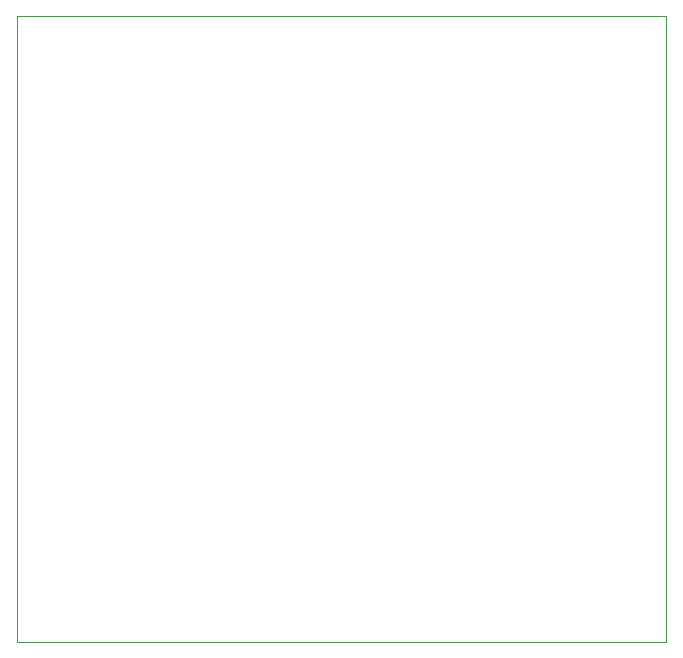
<source format=gm1>
G04 #@! TF.GenerationSoftware,KiCad,Pcbnew,(6.0.2-0)*
G04 #@! TF.CreationDate,2022-03-01T18:59:47+01:00*
G04 #@! TF.ProjectId,HelloWeather,48656c6c-6f57-4656-9174-6865722e6b69,rev?*
G04 #@! TF.SameCoordinates,Original*
G04 #@! TF.FileFunction,Profile,NP*
%FSLAX46Y46*%
G04 Gerber Fmt 4.6, Leading zero omitted, Abs format (unit mm)*
G04 Created by KiCad (PCBNEW (6.0.2-0)) date 2022-03-01 18:59:47*
%MOMM*%
%LPD*%
G01*
G04 APERTURE LIST*
G04 #@! TA.AperFunction,Profile*
%ADD10C,0.100000*%
G04 #@! TD*
G04 APERTURE END LIST*
D10*
X55500000Y-92000000D02*
X110500000Y-92000000D01*
X110500000Y-92000000D02*
X110500000Y-145000000D01*
X110500000Y-145000000D02*
X55500000Y-145000000D01*
X55500000Y-145000000D02*
X55500000Y-92000000D01*
M02*

</source>
